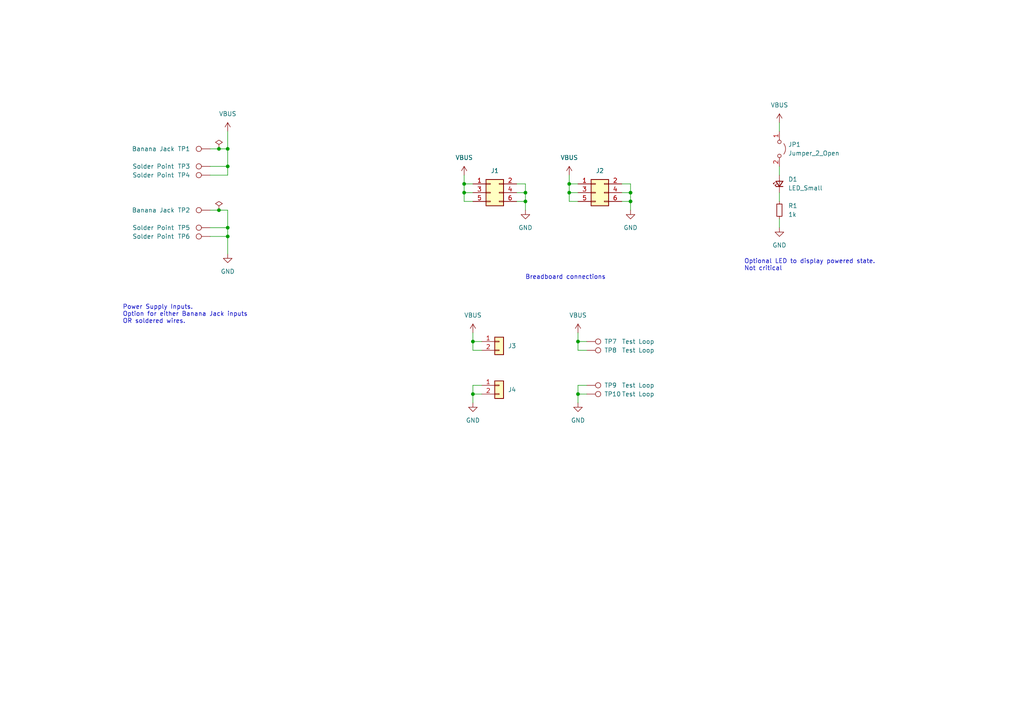
<source format=kicad_sch>
(kicad_sch (version 20230121) (generator eeschema)
  (paper "A4")
  (lib_symbols
    (symbol "Connector:TestPoint" (pin_numbers hide) (pin_names (offset 0.762) hide)
      (property "Reference" "TP" (at 0 6.858 0))
      (property "Value" "TestPoint" (at 0 5.08 0))
      (symbol "TestPoint_0_1"
        (circle (center 0 3.302) (radius 0.762))
      )
      (symbol "TestPoint_1_1"
        (pin passive line (at 0 0 90) (length 2.54) (name "1") (number "1"))
      )
    )
    (symbol "Connector_Generic:Conn_01x02" (pin_names (offset 1.016) hide)
      (property "Reference" "J" (at 0 2.54 0))
      (property "Value" "Conn_01x02" (at 0 -5.08 0))
      (symbol "Conn_01x02_1_1"
        (rectangle (start -1.27 -2.413) (end 0 -2.667) (stroke (width 0.1524)))
        (rectangle (start -1.27 0.127) (end 0 -0.127) (stroke (width 0.1524)))
        (rectangle (start -1.27 1.27) (end 1.27 -3.81) (stroke (width 0.254)) (fill (type background)))
        (pin passive line (at -5.08 0 0) (length 3.81) (name "Pin_1") (number "1"))
        (pin passive line (at -5.08 -2.54 0) (length 3.81) (name "Pin_2") (number "2"))
      )
    )
    (symbol "Connector_Generic:Conn_02x03_Odd_Even" (pin_names (offset 1.016) hide)
      (property "Reference" "J" (at 1.27 5.08 0))
      (property "Value" "Conn_02x03_Odd_Even" (at 1.27 -5.08 0))
      (symbol "Conn_02x03_Odd_Even_1_1"
        (rectangle (start -1.27 -2.413) (end 0 -2.667) (stroke (width 0.1524)))
        (rectangle (start -1.27 0.127) (end 0 -0.127) (stroke (width 0.1524)))
        (rectangle (start -1.27 2.667) (end 0 2.413) (stroke (width 0.1524)))
        (rectangle (start -1.27 3.81) (end 3.81 -3.81) (stroke (width 0.254)) (fill (type background)))
        (rectangle (start 3.81 -2.413) (end 2.54 -2.667) (stroke (width 0.1524)))
        (rectangle (start 3.81 0.127) (end 2.54 -0.127) (stroke (width 0.1524)))
        (rectangle (start 3.81 2.667) (end 2.54 2.413) (stroke (width 0.1524)))
        (pin passive line (at -5.08 2.54 0) (length 3.81) (name "Pin_1") (number "1"))
        (pin passive line (at 7.62 2.54 180) (length 3.81) (name "Pin_2") (number "2"))
        (pin passive line (at -5.08 0 0) (length 3.81) (name "Pin_3") (number "3"))
        (pin passive line (at 7.62 0 180) (length 3.81) (name "Pin_4") (number "4"))
        (pin passive line (at -5.08 -2.54 0) (length 3.81) (name "Pin_5") (number "5"))
        (pin passive line (at 7.62 -2.54 180) (length 3.81) (name "Pin_6") (number "6"))
      )
    )
    (symbol "Device:LED_Small" (pin_numbers hide) (pin_names (offset 0.254) hide)
      (property "Reference" "D" (at -1.27 3.175 0))
      (property "Value" "LED_Small" (at -4.445 -2.54 0))
      (symbol "LED_Small_0_1"
        (polyline (pts (xy -0.762 -1.016) (xy -0.762 1.016)) (stroke (width 0.254)))
        (polyline (pts (xy 1.016 0) (xy -0.762 0)))
        (polyline (pts (xy 0.762 -1.016) (xy -0.762 0) (xy 0.762 1.016) (xy 0.762 -1.016)) (stroke (width 0.254)))
        (polyline (pts (xy 0 0.762) (xy -0.508 1.27) (xy -0.254 1.27) (xy -0.508 1.27) (xy -0.508 1.016)))
        (polyline (pts (xy 0.508 1.27) (xy 0 1.778) (xy 0.254 1.778) (xy 0 1.778) (xy 0 1.524)))
      )
      (symbol "LED_Small_1_1"
        (pin passive line (at -2.54 0 0) (length 1.778) (name "K") (number "1"))
        (pin passive line (at 2.54 0 180) (length 1.778) (name "A") (number "2"))
      )
    )
    (symbol "Device:R_Small" (pin_numbers hide) (pin_names (offset 0.254) hide)
      (property "Reference" "R" (at 0.762 0.508 0))
      (property "Value" "R_Small" (at 0.762 -1.016 0))
      (symbol "R_Small_0_1"
        (rectangle (start -0.762 1.778) (end 0.762 -1.778) (stroke (width 0.2032)))
      )
      (symbol "R_Small_1_1"
        (pin passive line (at 0 2.54 270) (length 0.762) (name "~") (number "1"))
        (pin passive line (at 0 -2.54 90) (length 0.762) (name "~") (number "2"))
      )
    )
    (symbol "Jumper:Jumper_2_Open" (pin_names (offset 0) hide)
      (property "Reference" "JP" (at 0 2.794 0))
      (property "Value" "Jumper_2_Open" (at 0 -2.286 0))
      (symbol "Jumper_2_Open_0_0"
        (circle (center -2.032 0) (radius 0.508))
        (circle (center 2.032 0) (radius 0.508))
      )
      (symbol "Jumper_2_Open_0_1"
        (arc (start 1.524 1.27) (mid 0 1.778) (end -1.524 1.27))
      )
      (symbol "Jumper_2_Open_1_1"
        (pin passive line (at -5.08 0 0) (length 2.54) (name "A") (number "1"))
        (pin passive line (at 5.08 0 180) (length 2.54) (name "B") (number "2"))
      )
    )
    (symbol "power:GND" (power) (pin_names (offset 0))
      (property "Value" "GND" (at 0 -3.81 0))
      (symbol "GND_0_1"
        (polyline (pts (xy 0 0) (xy 0 -1.27) (xy 1.27 -1.27) (xy 0 -2.54) (xy -1.27 -1.27) (xy 0 -1.27)))
      )
      (symbol "GND_1_1"
        (pin power_in line (at 0 0 270) (length 0) hide (name "GND") (number "1"))
      )
    )
    (symbol "power:PWR_FLAG" (power) (pin_numbers hide) (pin_names (offset 0) hide)
      (property "Value" "PWR_FLAG" (at 0 3.81 0))
      (symbol "PWR_FLAG_0_0"
        (pin power_out line (at 0 0 90) (length 0) (name "pwr") (number "1"))
      )
      (symbol "PWR_FLAG_0_1"
        (polyline (pts (xy 0 0) (xy 0 1.27) (xy -1.016 1.905) (xy 0 2.54) (xy 1.016 1.905) (xy 0 1.27)))
      )
    )
    (symbol "power:VBUS" (power) (pin_names (offset 0))
      (property "Value" "VBUS" (at 0 3.81 0))
      (symbol "VBUS_0_1"
        (polyline (pts (xy -0.762 1.27) (xy 0 2.54)))
        (polyline (pts (xy 0 0) (xy 0 2.54)))
        (polyline (pts (xy 0 2.54) (xy 0.762 1.27)))
      )
      (symbol "VBUS_1_1"
        (pin power_in line (at 0 0 90) (length 0) hide (name "VBUS") (number "1"))
      )
    )
  )
  (junction (at 165.1 53.34))
  (junction (at 137.16 114.3))
  (junction (at 182.88 58.42))
  (junction (at 167.64 99.06))
  (junction (at 63.5 43.18))
  (junction (at 165.1 55.88))
  (junction (at 63.5 60.96))
  (junction (at 134.62 53.34))
  (junction (at 182.88 55.88))
  (junction (at 152.4 58.42))
  (junction (at 66.04 66.04))
  (junction (at 66.04 43.18))
  (junction (at 167.64 114.3))
  (junction (at 66.04 68.58))
  (junction (at 66.04 48.26))
  (junction (at 152.4 55.88))
  (junction (at 134.62 55.88))
  (junction (at 137.16 99.06))
  (wire (pts (xy 226.06 55.88) (xy 226.06 58.42)))
  (wire (pts (xy 167.64 99.06) (xy 167.64 101.6)))
  (wire (pts (xy 137.16 114.3) (xy 139.7 114.3)))
  (wire (pts (xy 137.16 111.76) (xy 139.7 111.76)))
  (wire (pts (xy 226.06 35.56) (xy 226.06 38.1)))
  (wire (pts (xy 149.86 55.88) (xy 152.4 55.88)))
  (wire (pts (xy 152.4 53.34) (xy 149.86 53.34)))
  (wire (pts (xy 137.16 99.06) (xy 139.7 99.06)))
  (wire (pts (xy 134.62 55.88) (xy 137.16 55.88)))
  (wire (pts (xy 137.16 116.84) (xy 137.16 114.3)))
  (wire (pts (xy 60.96 68.58) (xy 66.04 68.58)))
  (wire (pts (xy 167.64 114.3) (xy 170.18 114.3)))
  (wire (pts (xy 180.34 58.42) (xy 182.88 58.42)))
  (wire (pts (xy 149.86 58.42) (xy 152.4 58.42)))
  (wire (pts (xy 165.1 58.42) (xy 167.64 58.42)))
  (wire (pts (xy 63.5 43.18) (xy 60.96 43.18)))
  (wire (pts (xy 167.64 96.52) (xy 167.64 99.06)))
  (wire (pts (xy 226.06 48.26) (xy 226.06 50.8)))
  (wire (pts (xy 165.1 55.88) (xy 165.1 58.42)))
  (wire (pts (xy 60.96 66.04) (xy 66.04 66.04)))
  (wire (pts (xy 167.64 114.3) (xy 167.64 111.76)))
  (wire (pts (xy 182.88 60.96) (xy 182.88 58.42)))
  (wire (pts (xy 137.16 101.6) (xy 137.16 99.06)))
  (wire (pts (xy 66.04 38.1) (xy 66.04 43.18)))
  (wire (pts (xy 66.04 48.26) (xy 66.04 43.18)))
  (wire (pts (xy 134.62 53.34) (xy 134.62 55.88)))
  (wire (pts (xy 63.5 60.96) (xy 66.04 60.96)))
  (wire (pts (xy 137.16 96.52) (xy 137.16 99.06)))
  (wire (pts (xy 134.62 55.88) (xy 134.62 58.42)))
  (wire (pts (xy 165.1 55.88) (xy 167.64 55.88)))
  (wire (pts (xy 167.64 99.06) (xy 170.18 99.06)))
  (wire (pts (xy 66.04 68.58) (xy 66.04 73.66)))
  (wire (pts (xy 66.04 60.96) (xy 66.04 66.04)))
  (wire (pts (xy 167.64 111.76) (xy 170.18 111.76)))
  (wire (pts (xy 60.96 50.8) (xy 66.04 50.8)))
  (wire (pts (xy 60.96 48.26) (xy 66.04 48.26)))
  (wire (pts (xy 152.4 60.96) (xy 152.4 58.42)))
  (wire (pts (xy 165.1 53.34) (xy 167.64 53.34)))
  (wire (pts (xy 180.34 55.88) (xy 182.88 55.88)))
  (wire (pts (xy 134.62 53.34) (xy 137.16 53.34)))
  (wire (pts (xy 139.7 101.6) (xy 137.16 101.6)))
  (wire (pts (xy 165.1 53.34) (xy 165.1 55.88)))
  (wire (pts (xy 137.16 114.3) (xy 137.16 111.76)))
  (wire (pts (xy 152.4 58.42) (xy 152.4 55.88)))
  (wire (pts (xy 182.88 53.34) (xy 180.34 53.34)))
  (wire (pts (xy 226.06 63.5) (xy 226.06 66.04)))
  (wire (pts (xy 182.88 58.42) (xy 182.88 55.88)))
  (wire (pts (xy 66.04 50.8) (xy 66.04 48.26)))
  (wire (pts (xy 134.62 50.8) (xy 134.62 53.34)))
  (wire (pts (xy 182.88 55.88) (xy 182.88 53.34)))
  (wire (pts (xy 152.4 55.88) (xy 152.4 53.34)))
  (wire (pts (xy 167.64 101.6) (xy 170.18 101.6)))
  (wire (pts (xy 134.62 58.42) (xy 137.16 58.42)))
  (wire (pts (xy 66.04 66.04) (xy 66.04 68.58)))
  (wire (pts (xy 66.04 43.18) (xy 63.5 43.18)))
  (wire (pts (xy 60.96 60.96) (xy 63.5 60.96)))
  (wire (pts (xy 165.1 50.8) (xy 165.1 53.34)))
  (wire (pts (xy 167.64 116.84) (xy 167.64 114.3)))
  (text "Breadboard connections" (at 152.3444 81.2038 0) (effects (font (size 1.27 1.27)) (justify left bottom)))
  (text "Power Supply Inputs.\nOption for either Banana Jack inputs\nOR soldered wires.  " (at 35.56 93.98 0) (effects (font (size 1.27 1.27)) (justify left bottom)))
  (text "Optional LED to display powered state.\nNot critical" (at 215.827 78.6829 0) (effects (font (size 1.27 1.27)) (justify left bottom)))
  (symbol (lib_id "Device:LED_Small") (at 226.06 53.34 90) (unit 1)
    (property "Reference" "D1" (at 228.6 52.0065 90) (effects (justify right)))
    (property "Value" "LED_Small" (at 228.6 54.5465 90) (effects (justify right)))
    (property "Footprint" "LED_SMD:LED_0603_1608Metric_Pad1.05x0.95mm_HandSolder" (effects hide))
  )
  (symbol (lib_id "Connector:TestPoint") (at 60.96 50.8 90) (unit 1)
    (property "Reference" "TP4" (at 53.34 50.8 90))
    (property "Value" "Solder Point" (at 44.45 50.8 90))
    (property "Footprint" "Connector_Wire:SolderWire-0.75sqmm_1x01_D1.25mm_OD3.5mm" (effects hide))
  )
  (symbol (lib_id "Connector:TestPoint") (at 170.18 114.3 270) (unit 1)
    (property "Reference" "TP10" (at 175.26 114.3 90) (effects (justify left)))
    (property "Value" "Test Loop" (at 180.34 114.3 90) (effects (justify left)))
    (property "Footprint" "TestPoint:TestPoint_Keystone_5010-5014_Multipurpose" (effects hide))
  )
  (symbol (lib_id "Connector:TestPoint") (at 60.96 60.96 90) (unit 1)
    (property "Reference" "TP2" (at 53.34 60.96 90))
    (property "Value" "Banana Jack" (at 44.45 60.96 90))
    (property "Footprint" "Breadboard Power Supply Adapter:CT3151SP" (effects hide))
  )
  (symbol (lib_id "power:GND") (at 137.16 116.84 0) (unit 1)
    (property "Reference" "#PWR010" (effects hide))
    (property "Value" "GND" (at 137.16 121.92 0))
  )
  (symbol (lib_id "power:VBUS") (at 167.64 96.52 0) (unit 1)
    (property "Reference" "#PWR011" (effects hide))
    (property "Value" "VBUS" (at 167.64 91.44 0))
  )
  (symbol (lib_id "Connector:TestPoint") (at 60.96 43.18 90) (unit 1)
    (property "Reference" "TP1" (at 53.34 43.18 90))
    (property "Value" "Banana Jack" (at 44.45 43.18 90))
    (property "Footprint" "Breadboard Power Supply Adapter:CT3151SP" (effects hide))
  )
  (symbol (lib_id "Connector:TestPoint") (at 170.18 99.06 270) (unit 1)
    (property "Reference" "TP7" (at 175.26 99.06 90) (effects (justify left)))
    (property "Value" "Test Loop" (at 180.34 99.06 90) (effects (justify left)))
    (property "Footprint" "TestPoint:TestPoint_Keystone_5010-5014_Multipurpose" (effects hide))
  )
  (symbol (lib_id "Connector_Generic:Conn_01x02") (at 144.78 99.06 0) (unit 1)
    (property "Reference" "J3" (at 147.32 100.33 0) (effects (justify left)))
    (property "Value" "Conn_01x02" (effects hide))
    (property "Footprint" "Connector_PinHeader_2.54mm:PinHeader_1x02_P2.54mm_Vertical" (effects hide))
  )
  (symbol (lib_id "Connector:TestPoint") (at 170.18 111.76 270) (unit 1)
    (property "Reference" "TP9" (at 175.26 111.76 90) (effects (justify left)))
    (property "Value" "Test Loop" (at 180.34 111.76 90) (effects (justify left)))
    (property "Footprint" "TestPoint:TestPoint_Keystone_5010-5014_Multipurpose" (effects hide))
  )
  (symbol (lib_id "power:PWR_FLAG") (at 63.5 60.96 0) (unit 1)
    (property "Reference" "#FLG02" (effects hide))
    (property "Value" "PWR_FLAG" (effects hide))
  )
  (symbol (lib_id "power:VBUS") (at 137.16 96.52 0) (unit 1)
    (property "Reference" "#PWR09" (effects hide))
    (property "Value" "VBUS" (at 137.16 91.44 0))
  )
  (symbol (lib_id "power:VBUS") (at 165.1 50.8 0) (unit 1)
    (property "Reference" "#PWR05" (effects hide))
    (property "Value" "VBUS" (at 165.1 45.72 0))
  )
  (symbol (lib_id "power:GND") (at 182.88 60.96 0) (unit 1)
    (property "Reference" "#PWR06" (effects hide))
    (property "Value" "GND" (at 182.88 66.04 0))
  )
  (symbol (lib_id "power:GND") (at 152.4 60.96 0) (unit 1)
    (property "Reference" "#PWR03" (effects hide))
    (property "Value" "GND" (at 152.4 66.04 0))
  )
  (symbol (lib_id "Connector:TestPoint") (at 60.96 66.04 90) (unit 1)
    (property "Reference" "TP5" (at 53.34 66.04 90))
    (property "Value" "Solder Point" (at 44.45 66.04 90))
    (property "Footprint" "Connector_Wire:SolderWire-2sqmm_1x01_D2mm_OD3.9mm" (effects hide))
  )
  (symbol (lib_id "power:GND") (at 226.06 66.04 0) (unit 1)
    (property "Reference" "#PWR08" (effects hide))
    (property "Value" "GND" (at 226.06 71.12 0))
  )
  (symbol (lib_id "Connector:TestPoint") (at 60.96 68.58 90) (unit 1)
    (property "Reference" "TP6" (at 53.34 68.58 90))
    (property "Value" "Solder Point" (at 44.45 68.58 90))
    (property "Footprint" "Connector_Wire:SolderWire-0.75sqmm_1x01_D1.25mm_OD3.5mm" (effects hide))
  )
  (symbol (lib_id "power:VBUS") (at 66.04 38.1 0) (unit 1)
    (property "Reference" "#PWR01" (effects hide))
    (property "Value" "VBUS" (at 66.04 33.02 0))
  )
  (symbol (lib_id "Connector_Generic:Conn_01x02") (at 144.78 111.76 0) (unit 1)
    (property "Reference" "J4" (at 147.32 113.03 0) (effects (justify left)))
    (property "Value" "Conn_01x02" (effects hide))
    (property "Footprint" "Connector_PinHeader_2.54mm:PinHeader_1x02_P2.54mm_Vertical" (effects hide))
  )
  (symbol (lib_id "power:PWR_FLAG") (at 63.5 43.18 0) (unit 1)
    (property "Reference" "#FLG01" (effects hide))
    (property "Value" "PWR_FLAG" (effects hide))
  )
  (symbol (lib_id "Connector:TestPoint") (at 170.18 101.6 270) (unit 1)
    (property "Reference" "TP8" (at 175.26 101.6 90) (effects (justify left)))
    (property "Value" "Test Loop" (at 180.34 101.6 90) (effects (justify left)))
    (property "Footprint" "TestPoint:TestPoint_Keystone_5010-5014_Multipurpose" (effects hide))
  )
  (symbol (lib_id "Connector_Generic:Conn_02x03_Odd_Even") (at 172.72 55.88 0) (unit 1)
    (property "Reference" "J2" (at 173.99 49.53 0))
    (property "Value" "Conn_02x03_Odd_Even" (effects hide))
    (property "Footprint" "Connector_PinHeader_2.54mm:PinHeader_2x03_P2.54mm_Vertical" (effects hide))
  )
  (symbol (lib_id "power:VBUS") (at 226.06 35.56 0) (unit 1)
    (property "Reference" "#PWR07" (effects hide))
    (property "Value" "VBUS" (at 226.06 30.48 0))
  )
  (symbol (lib_id "power:VBUS") (at 134.62 50.8 0) (unit 1)
    (property "Reference" "#PWR04" (effects hide))
    (property "Value" "VBUS" (at 134.62 45.72 0))
  )
  (symbol (lib_id "Connector:TestPoint") (at 60.96 48.26 90) (unit 1)
    (property "Reference" "TP3" (at 53.34 48.26 90))
    (property "Value" "Solder Point" (at 44.45 48.26 90))
    (property "Footprint" "Connector_Wire:SolderWire-2sqmm_1x01_D2mm_OD3.9mm" (effects hide))
  )
  (symbol (lib_id "Connector_Generic:Conn_02x03_Odd_Even") (at 142.24 55.88 0) (unit 1)
    (property "Reference" "J1" (at 143.51 49.53 0))
    (property "Value" "Conn_02x03_Odd_Even" (effects hide))
    (property "Footprint" "Connector_PinHeader_2.54mm:PinHeader_2x03_P2.54mm_Vertical" (effects hide))
  )
  (symbol (lib_id "Jumper:Jumper_2_Open") (at 226.06 43.18 270) (unit 1)
    (property "Reference" "JP1" (at 228.6 41.91 90) (effects (justify left)))
    (property "Value" "Jumper_2_Open" (at 228.6 44.45 90) (effects (justify left)))
    (property "Footprint" "Connector_PinHeader_2.54mm:PinHeader_1x02_P2.54mm_Vertical" (effects hide))
  )
  (symbol (lib_id "Device:R_Small") (at 226.06 60.96 0) (unit 1)
    (property "Reference" "R1" (at 228.6 59.69 0) (effects (justify left)))
    (property "Value" "1k" (at 228.6 62.23 0) (effects (justify left)))
    (property "Footprint" "Resistor_SMD:R_0603_1608Metric_Pad0.98x0.95mm_HandSolder" (effects hide))
  )
  (symbol (lib_id "power:GND") (at 66.04 73.66 0) (unit 1)
    (property "Reference" "#PWR02" (effects hide))
    (property "Value" "GND" (at 66.04 78.74 0))
  )
  (symbol (lib_id "power:GND") (at 167.64 116.84 0) (unit 1)
    (property "Reference" "#PWR012" (effects hide))
    (property "Value" "GND" (at 167.64 121.92 0))
  )
)
</source>
